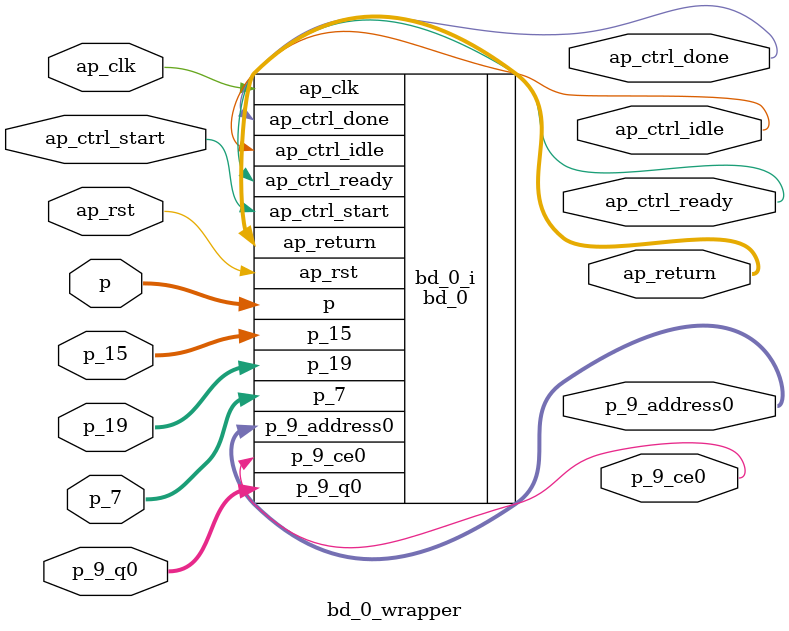
<source format=v>
`timescale 1 ps / 1 ps

module bd_0_wrapper
   (ap_clk,
    ap_ctrl_done,
    ap_ctrl_idle,
    ap_ctrl_ready,
    ap_ctrl_start,
    ap_return,
    ap_rst,
    p,
    p_15,
    p_19,
    p_7,
    p_9_address0,
    p_9_ce0,
    p_9_q0);
  input ap_clk;
  output ap_ctrl_done;
  output ap_ctrl_idle;
  output ap_ctrl_ready;
  input ap_ctrl_start;
  output [15:0]ap_return;
  input ap_rst;
  input [7:0]p;
  input [15:0]p_15;
  input [63:0]p_19;
  input [7:0]p_7;
  output [2:0]p_9_address0;
  output p_9_ce0;
  input [31:0]p_9_q0;

  wire ap_clk;
  wire ap_ctrl_done;
  wire ap_ctrl_idle;
  wire ap_ctrl_ready;
  wire ap_ctrl_start;
  wire [15:0]ap_return;
  wire ap_rst;
  wire [7:0]p;
  wire [15:0]p_15;
  wire [63:0]p_19;
  wire [7:0]p_7;
  wire [2:0]p_9_address0;
  wire p_9_ce0;
  wire [31:0]p_9_q0;

  bd_0 bd_0_i
       (.ap_clk(ap_clk),
        .ap_ctrl_done(ap_ctrl_done),
        .ap_ctrl_idle(ap_ctrl_idle),
        .ap_ctrl_ready(ap_ctrl_ready),
        .ap_ctrl_start(ap_ctrl_start),
        .ap_return(ap_return),
        .ap_rst(ap_rst),
        .p(p),
        .p_15(p_15),
        .p_19(p_19),
        .p_7(p_7),
        .p_9_address0(p_9_address0),
        .p_9_ce0(p_9_ce0),
        .p_9_q0(p_9_q0));
endmodule

</source>
